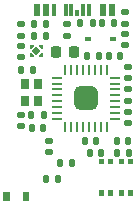
<source format=gbr>
%TF.GenerationSoftware,KiCad,Pcbnew,7.0.6*%
%TF.CreationDate,2023-09-20T23:26:58+02:00*%
%TF.ProjectId,epi_ESP32 (2023_01_16 13_30_41 UTC),6570695f-4553-4503-9332-202832303233,1_1*%
%TF.SameCoordinates,Original*%
%TF.FileFunction,Paste,Top*%
%TF.FilePolarity,Positive*%
%FSLAX46Y46*%
G04 Gerber Fmt 4.6, Leading zero omitted, Abs format (unit mm)*
G04 Created by KiCad (PCBNEW 7.0.6) date 2023-09-20 23:26:58*
%MOMM*%
%LPD*%
G01*
G04 APERTURE LIST*
G04 Aperture macros list*
%AMRoundRect*
0 Rectangle with rounded corners*
0 $1 Rounding radius*
0 $2 $3 $4 $5 $6 $7 $8 $9 X,Y pos of 4 corners*
0 Add a 4 corners polygon primitive as box body*
4,1,4,$2,$3,$4,$5,$6,$7,$8,$9,$2,$3,0*
0 Add four circle primitives for the rounded corners*
1,1,$1+$1,$2,$3*
1,1,$1+$1,$4,$5*
1,1,$1+$1,$6,$7*
1,1,$1+$1,$8,$9*
0 Add four rect primitives between the rounded corners*
20,1,$1+$1,$2,$3,$4,$5,0*
20,1,$1+$1,$4,$5,$6,$7,0*
20,1,$1+$1,$6,$7,$8,$9,0*
20,1,$1+$1,$8,$9,$2,$3,0*%
%AMRotRect*
0 Rectangle, with rotation*
0 The origin of the aperture is its center*
0 $1 length*
0 $2 width*
0 $3 Rotation angle, in degrees counterclockwise*
0 Add horizontal line*
21,1,$1,$2,0,0,$3*%
%AMFreePoly0*
4,1,6,0.130000,-0.275000,0.020000,-0.275000,-0.130000,-0.115000,-0.130000,0.115000,0.130000,0.115000,0.130000,-0.275000,0.130000,-0.275000,$1*%
%AMFreePoly1*
4,1,6,0.130000,-0.115000,-0.020000,-0.275000,-0.130000,-0.275000,-0.130000,0.115000,0.130000,0.115000,0.130000,-0.115000,0.130000,-0.115000,$1*%
G04 Aperture macros list end*
%ADD10R,0.800000X0.900000*%
%ADD11FreePoly0,270.000000*%
%ADD12FreePoly1,270.000000*%
%ADD13FreePoly0,90.000000*%
%ADD14FreePoly1,90.000000*%
%ADD15RotRect,0.520000X0.520000X135.000000*%
%ADD16RoundRect,0.062500X0.062500X-0.375000X0.062500X0.375000X-0.062500X0.375000X-0.062500X-0.375000X0*%
%ADD17RoundRect,0.062500X0.375000X-0.062500X0.375000X0.062500X-0.375000X0.062500X-0.375000X-0.062500X0*%
%ADD18RoundRect,0.500000X0.500000X-0.500000X0.500000X0.500000X-0.500000X0.500000X-0.500000X-0.500000X0*%
%ADD19RoundRect,0.140000X-0.170000X0.140000X-0.170000X-0.140000X0.170000X-0.140000X0.170000X0.140000X0*%
%ADD20RoundRect,0.135000X-0.135000X-0.185000X0.135000X-0.185000X0.135000X0.185000X-0.135000X0.185000X0*%
%ADD21RoundRect,0.135000X0.135000X0.185000X-0.135000X0.185000X-0.135000X-0.185000X0.135000X-0.185000X0*%
%ADD22RoundRect,0.140000X0.140000X0.170000X-0.140000X0.170000X-0.140000X-0.170000X0.140000X-0.170000X0*%
%ADD23RoundRect,0.140000X0.170000X-0.140000X0.170000X0.140000X-0.170000X0.140000X-0.170000X-0.140000X0*%
%ADD24RoundRect,0.147500X-0.147500X-0.172500X0.147500X-0.172500X0.147500X0.172500X-0.147500X0.172500X0*%
%ADD25R,0.615500X1.000000*%
%ADD26R,0.307750X1.000000*%
%ADD27R,0.307750X0.500000*%
%ADD28R,0.307750X1.000860*%
%ADD29RoundRect,0.135000X0.185000X-0.135000X0.185000X0.135000X-0.185000X0.135000X-0.185000X-0.135000X0*%
%ADD30RoundRect,0.225000X0.225000X0.250000X-0.225000X0.250000X-0.225000X-0.250000X0.225000X-0.250000X0*%
%ADD31RoundRect,0.135000X-0.185000X0.135000X-0.185000X-0.135000X0.185000X-0.135000X0.185000X0.135000X0*%
%ADD32RoundRect,0.140000X-0.140000X-0.170000X0.140000X-0.170000X0.140000X0.170000X-0.140000X0.170000X0*%
%ADD33RoundRect,0.147500X-0.172500X0.147500X-0.172500X-0.147500X0.172500X-0.147500X0.172500X0.147500X0*%
%ADD34R,0.600000X0.450000*%
G04 APERTURE END LIST*
%TO.C,SW2*%
G36*
X107500000Y-68450000D02*
G01*
X107050000Y-68450000D01*
X107050000Y-68900000D01*
X107500000Y-68900000D01*
X107500000Y-68450000D01*
G37*
G36*
X106750000Y-68450000D02*
G01*
X106300000Y-68450000D01*
X106300000Y-68900000D01*
X106750000Y-68900000D01*
X106750000Y-68450000D01*
G37*
G36*
X107500000Y-71100000D02*
G01*
X107050000Y-71100000D01*
X107050000Y-71550000D01*
X107500000Y-71550000D01*
X107500000Y-71100000D01*
G37*
G36*
X106750000Y-71100000D02*
G01*
X106300000Y-71100000D01*
X106300000Y-71550000D01*
X106750000Y-71550000D01*
X106750000Y-71100000D01*
G37*
%TO.C,SW1*%
G36*
X109200000Y-68450000D02*
G01*
X108750000Y-68450000D01*
X108750000Y-68900000D01*
X109200000Y-68900000D01*
X109200000Y-68450000D01*
G37*
G36*
X108450000Y-68450000D02*
G01*
X108000000Y-68450000D01*
X108000000Y-68900000D01*
X108450000Y-68900000D01*
X108450000Y-68450000D01*
G37*
G36*
X109200000Y-71100000D02*
G01*
X108750000Y-71100000D01*
X108750000Y-71550000D01*
X109200000Y-71550000D01*
X109200000Y-71100000D01*
G37*
G36*
X108450000Y-71100000D02*
G01*
X108000000Y-71100000D01*
X108000000Y-71550000D01*
X108450000Y-71550000D01*
X108450000Y-71100000D01*
G37*
%TO.C,AE1*%
G36*
X100420036Y-72000000D02*
G01*
X99870036Y-72000000D01*
X99870036Y-71200000D01*
X100420036Y-71200000D01*
X100420036Y-72000000D01*
G37*
G36*
X98770036Y-72000000D02*
G01*
X98220036Y-72000000D01*
X98220036Y-71200000D01*
X98770036Y-71200000D01*
X98770036Y-72000000D01*
G37*
%TD*%
D10*
%TO.C,Y1*%
X101170036Y-63500000D03*
X101170036Y-62100000D03*
X100070036Y-62100000D03*
X100070036Y-63500000D03*
%TD*%
D11*
%TO.C,U3*%
X101520036Y-59600000D03*
D12*
X101520036Y-58950000D03*
D13*
X100550036Y-58950000D03*
D14*
X100550036Y-59600000D03*
D15*
X101035036Y-59275000D03*
%TD*%
D16*
%TO.C,U1*%
X103470036Y-65737500D03*
X103970036Y-65737500D03*
X104470036Y-65737500D03*
X104970036Y-65737500D03*
X105470036Y-65737500D03*
X105970036Y-65737500D03*
X106470036Y-65737500D03*
X106970036Y-65737500D03*
D17*
X107657536Y-65050000D03*
X107657536Y-64550000D03*
X107657536Y-64050000D03*
X107657536Y-63550000D03*
X107657536Y-63050000D03*
X107657536Y-62550000D03*
X107657536Y-62050000D03*
X107657536Y-61550000D03*
D16*
X106970036Y-60862500D03*
X106470036Y-60862500D03*
X105970036Y-60862500D03*
X105470036Y-60862500D03*
X104970036Y-60862500D03*
X104470036Y-60862500D03*
X103970036Y-60862500D03*
X103470036Y-60862500D03*
D17*
X102782536Y-61550000D03*
X102782536Y-62050000D03*
X102782536Y-62550000D03*
X102782536Y-63050000D03*
X102782536Y-63550000D03*
X102782536Y-64050000D03*
X102782536Y-64550000D03*
X102782536Y-65050000D03*
D18*
X105220036Y-63300000D03*
%TD*%
D19*
%TO.C,C13*%
X108820036Y-60620000D03*
X108820036Y-61580000D03*
%TD*%
D20*
%TO.C,RV2*%
X100810036Y-58000000D03*
X101830036Y-58000000D03*
%TD*%
D21*
%TO.C,R5*%
X105780036Y-56900000D03*
X104760036Y-56900000D03*
%TD*%
D22*
%TO.C,C2*%
X108100036Y-59700000D03*
X107140036Y-59700000D03*
%TD*%
D23*
%TO.C,C7*%
X108820036Y-65380000D03*
X108820036Y-64420000D03*
%TD*%
D20*
%TO.C,RV1*%
X106610036Y-56900000D03*
X107630036Y-56900000D03*
%TD*%
D23*
%TO.C,C4*%
X99700000Y-65660000D03*
X99700000Y-64700000D03*
%TD*%
D21*
%TO.C,L1*%
X102830036Y-70170000D03*
X101810036Y-70170000D03*
%TD*%
D19*
%TO.C,C1*%
X102095036Y-66895000D03*
X102095036Y-67855000D03*
%TD*%
D24*
%TO.C,FB2*%
X100635036Y-65800000D03*
X101605036Y-65800000D03*
%TD*%
D22*
%TO.C,C11*%
X108800036Y-66900000D03*
X107840036Y-66900000D03*
%TD*%
D25*
%TO.C,J3*%
X107440000Y-55855000D03*
X101040000Y-55855000D03*
X106640000Y-55855000D03*
D26*
X105490923Y-55855000D03*
D27*
X104489970Y-56105000D03*
D28*
X103991169Y-55855430D03*
D25*
X101840000Y-55860000D03*
D26*
X102487811Y-55860000D03*
X103490692Y-55855860D03*
X104990447Y-55855000D03*
%TD*%
D29*
%TO.C,R1*%
X108820036Y-63510000D03*
X108820036Y-62490000D03*
%TD*%
D30*
%TO.C,C14*%
X104195036Y-59400000D03*
X102645036Y-59400000D03*
%TD*%
D21*
%TO.C,R4*%
X101830036Y-57000000D03*
X100810036Y-57000000D03*
%TD*%
D22*
%TO.C,C3*%
X100700036Y-60925000D03*
X99740036Y-60925000D03*
%TD*%
%TO.C,C8*%
X106500036Y-67900000D03*
X105540036Y-67900000D03*
%TD*%
D21*
%TO.C,R6*%
X108830036Y-67900000D03*
X107810036Y-67900000D03*
%TD*%
D31*
%TO.C,R8*%
X99720036Y-56990000D03*
X99720036Y-58010000D03*
%TD*%
D32*
%TO.C,C6*%
X103040036Y-68800000D03*
X104000036Y-68800000D03*
%TD*%
D33*
%TO.C,F1*%
X108520036Y-57815000D03*
X108520036Y-58785000D03*
%TD*%
%TO.C,FB1*%
X108520036Y-56003500D03*
X108520036Y-56973500D03*
%TD*%
D34*
%TO.C,D1*%
X105370036Y-58297500D03*
X107470036Y-58297500D03*
%TD*%
D29*
%TO.C,RV3*%
X103620036Y-58010000D03*
X103620036Y-56990000D03*
%TD*%
D20*
%TO.C,L2*%
X100610036Y-64700000D03*
X101630036Y-64700000D03*
%TD*%
D22*
%TO.C,C5*%
X106100036Y-66900000D03*
X105140036Y-66900000D03*
%TD*%
D23*
%TO.C,C9*%
X99720036Y-59830000D03*
X99720036Y-58870000D03*
%TD*%
D22*
%TO.C,C12*%
X106300036Y-59700000D03*
X105340036Y-59700000D03*
%TD*%
M02*

</source>
